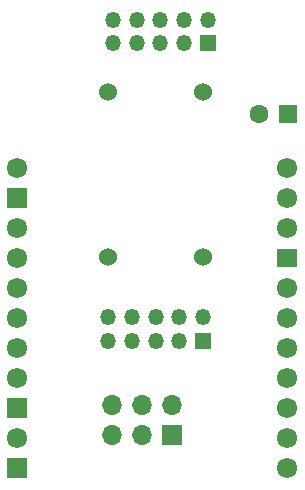
<source format=gbs>
G04 #@! TF.GenerationSoftware,KiCad,Pcbnew,(6.0.11)*
G04 #@! TF.CreationDate,2023-03-19T09:35:33+01:00*
G04 #@! TF.ProjectId,powerbar_pcb,706f7765-7262-4617-925f-7063622e6b69,rev?*
G04 #@! TF.SameCoordinates,Original*
G04 #@! TF.FileFunction,Soldermask,Bot*
G04 #@! TF.FilePolarity,Negative*
%FSLAX46Y46*%
G04 Gerber Fmt 4.6, Leading zero omitted, Abs format (unit mm)*
G04 Created by KiCad (PCBNEW (6.0.11)) date 2023-03-19 09:35:33*
%MOMM*%
%LPD*%
G01*
G04 APERTURE LIST*
%ADD10C,1.724000*%
%ADD11R,1.724000X1.724000*%
%ADD12R,1.724000X1.524000*%
%ADD13R,1.600000X1.600000*%
%ADD14C,1.600000*%
%ADD15R,1.350000X1.350000*%
%ADD16O,1.350000X1.350000*%
%ADD17C,1.524000*%
%ADD18R,1.700000X1.700000*%
%ADD19O,1.700000X1.700000*%
G04 APERTURE END LIST*
D10*
X104500000Y-70580000D03*
D11*
X104500000Y-73120000D03*
D10*
X104500000Y-75660000D03*
X104500000Y-78200000D03*
X104500000Y-80740000D03*
X104500000Y-83280000D03*
X104500000Y-85820000D03*
X104500000Y-88360000D03*
D11*
X104500000Y-90900000D03*
D10*
X104500000Y-93440000D03*
D11*
X104500000Y-95980000D03*
D10*
X127360000Y-70580000D03*
X127360000Y-73120000D03*
X127360000Y-75660000D03*
D12*
X127360000Y-78200000D03*
D10*
X127360000Y-80740000D03*
X127360000Y-83280000D03*
X127360000Y-85820000D03*
X127360000Y-88360000D03*
X127360000Y-90900000D03*
X127360000Y-93440000D03*
X127360000Y-95980000D03*
D13*
X127410000Y-65960000D03*
D14*
X124910000Y-65960000D03*
D15*
X120200000Y-85200000D03*
D16*
X120200000Y-83200000D03*
X118200000Y-85200000D03*
X118200000Y-83200000D03*
X116200000Y-85200000D03*
X116200000Y-83200000D03*
X114200000Y-85200000D03*
X114200000Y-83200000D03*
X112200000Y-85200000D03*
X112200000Y-83200000D03*
D15*
X120600000Y-60000000D03*
D16*
X120600000Y-58000000D03*
X118600000Y-60000000D03*
X118600000Y-58000000D03*
X116600000Y-60000000D03*
X116600000Y-58000000D03*
X114600000Y-60000000D03*
X114600000Y-58000000D03*
X112600000Y-60000000D03*
X112600000Y-58000000D03*
D17*
X120200000Y-64130000D03*
X112200000Y-64130000D03*
X120200000Y-78130000D03*
X112200000Y-78130000D03*
D18*
X117600000Y-93200000D03*
D19*
X117600000Y-90660000D03*
X115060000Y-93200000D03*
X115060000Y-90660000D03*
X112520000Y-93200000D03*
X112520000Y-90660000D03*
M02*

</source>
